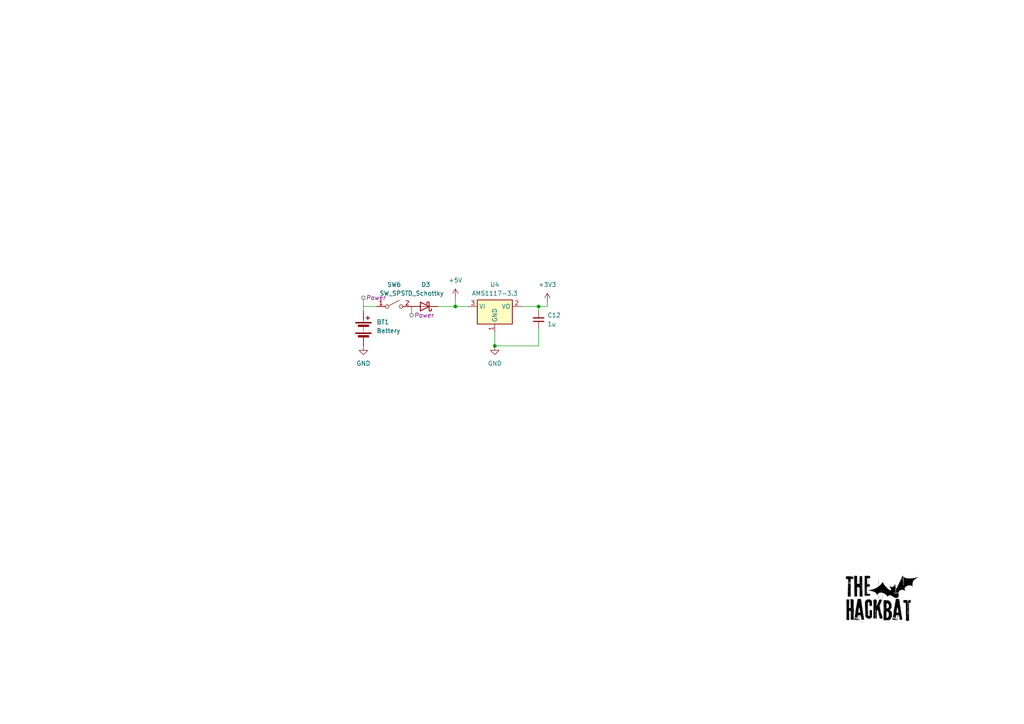
<source format=kicad_sch>
(kicad_sch (version 20231120) (generator "eeschema") (generator_version "8.0")
  (paper "A4")
  (title_block (title "Hackbat v1.0") (rev "1.0a") (company "The hackbat"))
  (lib_symbols
    (symbol "Device:Battery" (pin_numbers hide) (pin_names (offset 0) hide)
      (property "Reference" "BT" (at 2.54 2.54 0))
      (property "Value" "Battery" (at 2.54 0 0))
      (symbol "Battery_0_1"
        (rectangle (start -2.286 -1.27) (end 2.286 -1.524) (fill (type outline)))
        (rectangle (start -2.286 1.778) (end 2.286 1.524) (fill (type outline)))
        (rectangle (start -1.524 -2.032) (end 1.524 -2.54) (fill (type outline)))
        (rectangle (start -1.524 1.016) (end 1.524 0.508) (fill (type outline)))
        (polyline (pts (xy 0 -1.016) (xy 0 -0.762)))
        (polyline (pts (xy 0 -0.508) (xy 0 -0.254)))
        (polyline (pts (xy 0 0) (xy 0 0.254)))
        (polyline (pts (xy 0 1.778) (xy 0 2.54)))
        (polyline (pts (xy 0.762 3.048) (xy 1.778 3.048)) (stroke (width 0.254)))
        (polyline (pts (xy 1.27 3.556) (xy 1.27 2.54)) (stroke (width 0.254)))
      )
      (symbol "Battery_1_1"
        (pin passive line (at 0 5.08 270) (length 2.54) (name "+") (number "1"))
        (pin passive line (at 0 -5.08 90) (length 2.54) (name "-") (number "2"))
      )
    )
    (symbol "Device:C_Small" (pin_numbers hide) (pin_names (offset 0.254) hide)
      (property "Reference" "C" (at 0.254 1.778 0))
      (property "Value" "C_Small" (at 0.254 -2.032 0))
      (symbol "C_Small_0_1"
        (polyline (pts (xy -1.524 -0.508) (xy 1.524 -0.508)) (stroke (width 0.3302)))
        (polyline (pts (xy -1.524 0.508) (xy 1.524 0.508)) (stroke (width 0.3048)))
      )
      (symbol "C_Small_1_1"
        (pin passive line (at 0 2.54 270) (length 2.032) (name "~") (number "1"))
        (pin passive line (at 0 -2.54 90) (length 2.032) (name "~") (number "2"))
      )
    )
    (symbol "Device:D_Schottky" (pin_numbers hide) (pin_names (offset 1.016) hide)
      (property "Reference" "D" (at 0 2.54 0))
      (property "Value" "D_Schottky" (at 0 -2.54 0))
      (symbol "D_Schottky_0_1"
        (polyline (pts (xy 1.27 0) (xy -1.27 0)))
        (polyline (pts (xy 1.27 1.27) (xy 1.27 -1.27) (xy -1.27 0) (xy 1.27 1.27)) (stroke (width 0.254)))
        (polyline (pts (xy -1.905 0.635) (xy -1.905 1.27) (xy -1.27 1.27) (xy -1.27 -1.27) (xy -0.635 -1.27) (xy -0.635 -0.635)) (stroke (width 0.254)))
      )
      (symbol "D_Schottky_1_1"
        (pin passive line (at -3.81 0 0) (length 2.54) (name "K") (number "1"))
        (pin passive line (at 3.81 0 180) (length 2.54) (name "A") (number "2"))
      )
    )
    (symbol "Regulator_Linear:AMS1117-3.3"
      (property "Reference" "U" (at -3.81 3.175 0))
      (property "Value" "AMS1117-3.3" (at 0 3.175 0))
      (symbol "AMS1117-3.3_0_1"
        (rectangle (start -5.08 -5.08) (end 5.08 1.905) (stroke (width 0.254)) (fill (type background)))
      )
      (symbol "AMS1117-3.3_1_1"
        (pin power_in line (at 0 -7.62 90) (length 2.54) (name "GND") (number "1"))
        (pin power_out line (at 7.62 0 180) (length 2.54) (name "VO") (number "2"))
        (pin power_in line (at -7.62 0 0) (length 2.54) (name "VI") (number "3"))
      )
    )
    (symbol "Switch:SW_SPST" (pin_names (offset 0) hide)
      (property "Reference" "SW" (at 0 3.175 0))
      (property "Value" "SW_SPST" (at 0 -2.54 0))
      (symbol "SW_SPST_0_0"
        (circle (center -2.032 0) (radius 0.508))
        (polyline (pts (xy -1.524 0.254) (xy 1.524 1.778)))
        (circle (center 2.032 0) (radius 0.508))
      )
      (symbol "SW_SPST_1_1"
        (pin passive line (at -5.08 0 0) (length 2.54) (name "A") (number "1"))
        (pin passive line (at 5.08 0 180) (length 2.54) (name "B") (number "2"))
      )
    )
    (symbol "power:+3V3" (power) (pin_names (offset 0))
      (property "Value" "+3V3" (at 0 3.556 0))
      (symbol "+3V3_0_1"
        (polyline (pts (xy -0.762 1.27) (xy 0 2.54)))
        (polyline (pts (xy 0 0) (xy 0 2.54)))
        (polyline (pts (xy 0 2.54) (xy 0.762 1.27)))
      )
      (symbol "+3V3_1_1"
        (pin power_in line (at 0 0 90) (length 0) hide (name "+3V3") (number "1"))
      )
    )
    (symbol "power:+5V" (power) (pin_numbers hide) (pin_names (offset 0) hide)
      (property "Value" "+5V" (at 0 3.556 0))
      (symbol "+5V_0_1"
        (polyline (pts (xy -0.762 1.27) (xy 0 2.54)))
        (polyline (pts (xy 0 0) (xy 0 2.54)))
        (polyline (pts (xy 0 2.54) (xy 0.762 1.27)))
      )
      (symbol "+5V_1_1"
        (pin power_in line (at 0 0 90) (length 0) (name "~") (number "1"))
      )
    )
    (symbol "power:GND" (power) (pin_names (offset 0))
      (property "Value" "GND" (at 0 -3.81 0))
      (symbol "GND_0_1"
        (polyline (pts (xy 0 0) (xy 0 -1.27) (xy 1.27 -1.27) (xy 0 -2.54) (xy -1.27 -1.27) (xy 0 -1.27)))
      )
      (symbol "GND_1_1"
        (pin power_in line (at 0 0 270) (length 0) hide (name "GND") (number "1"))
      )
    )
  )
  (junction (at 132.08 88.9))
  (junction (at 143.51 100.33))
  (junction (at 156.21 88.9))
  (wire (pts (xy 143.51 100.33) (xy 156.21 100.33)))
  (wire (pts (xy 132.08 86.36) (xy 132.08 88.9)))
  (wire (pts (xy 132.08 88.9) (xy 135.89 88.9)))
  (wire (pts (xy 143.51 96.52) (xy 143.51 100.33)))
  (wire (pts (xy 105.41 88.9) (xy 109.22 88.9)))
  (wire (pts (xy 156.21 88.9) (xy 156.21 90.17)))
  (wire (pts (xy 105.41 90.17) (xy 105.41 88.9)))
  (wire (pts (xy 156.21 88.9) (xy 158.75 88.9)))
  (wire (pts (xy 151.13 88.9) (xy 156.21 88.9)))
  (wire (pts (xy 127 88.9) (xy 132.08 88.9)))
  (wire (pts (xy 156.21 95.25) (xy 156.21 100.33)))
  (wire (pts (xy 158.75 87.63) (xy 158.75 88.9)))
  (image (at 255.27 175.26) (scale 0.260229))
  (netclass_flag "" (length 2.54) (shape round) (at 105.41 88.9 0) (property "Netclass" "Power" (at 106.1085 86.36 0) (effects (font (italic yes)) (justify left))))
  (netclass_flag "" (length 2.54) (shape round) (at 119.38 88.9 180) (property "Netclass" "Power" (at 120.0785 91.44 0) (effects (font (italic yes)) (justify left))))
  (symbol (lib_id "power:GND") (at 143.51 100.33 0) (unit 1)
    (property "Reference" "#PWR041" (effects (hide yes)))
    (property "Value" "GND" (at 143.51 105.41 0))
  )
  (symbol (lib_id "Switch:SW_SPST") (at 114.3 88.9 0) (unit 1)
    (property "Reference" "SW6" (at 114.3 82.55 0))
    (property "Value" "SW_SPST" (at 114.3 85.09 0))
    (property "Footprint" "Button_Switch_SMD:SW_SPDT_CK_JS102011SAQN" (effects (hide yes)))
    (property "Description" "Single Pole Single Throw (SPST) switch" (effects (hide yes)))
    (property "JLCPCB Part #" " C92658" (effects (hide yes)))
  )
  (symbol (lib_id "Device:Battery") (at 105.41 95.25 0) (unit 1)
    (property "Reference" "BT1" (at 109.22 93.4084 0) (effects (justify left)))
    (property "Value" "Battery" (at 109.22 95.9484 0) (effects (justify left)))
    (property "Footprint" "Battery:BatteryHolder_Keystone_2479_3xAAA" (effects (hide yes)))
    (property "Description" "Multiple-cell battery" (effects (hide yes)))
  )
  (symbol (lib_id "Regulator_Linear:AMS1117-3.3") (at 143.51 88.9 0) (unit 1)
    (property "Reference" "U4" (at 143.51 82.55 0))
    (property "Value" "AMS1117-3.3" (at 143.51 85.09 0))
    (property "Footprint" "Package_TO_SOT_SMD:SOT-223-3_TabPin2" (effects (hide yes)))
    (property "Datasheet" "http://www.advanced-monolithic.com/pdf/ds1117.pdf" (effects (hide yes)))
  )
  (symbol (lib_id "power:GND") (at 105.41 100.33 0) (unit 1)
    (property "Reference" "#PWR040" (effects (hide yes)))
    (property "Value" "GND" (at 105.41 105.41 0))
  )
  (symbol (lib_id "power:+3V3") (at 158.75 87.63 0) (unit 1)
    (property "Reference" "#PWR042" (effects (hide yes)))
    (property "Value" "+3V3" (at 158.75 82.55 0))
  )
  (symbol (lib_id "power:+5V") (at 132.08 86.36 0) (unit 1)
    (property "Reference" "#PWR043" (effects (hide yes)))
    (property "Value" "+5V" (at 132.08 81.28 0))
    (property "Description" "Power symbol creates a global label with name \"+5V\"" (effects (hide yes)))
  )
  (symbol (lib_id "Device:C_Small") (at 156.21 92.71 180) (unit 1)
    (property "Reference" "C12" (at 158.75 91.4336 0) (effects (justify right)))
    (property "Value" "1u" (at 158.75 93.9736 0) (effects (justify right)))
    (property "Footprint" "Capacitor_SMD:C_0603_1608Metric" (effects (hide yes)))
  )
  (symbol (lib_id "Device:D_Schottky") (at 123.19 88.9 180) (unit 1)
    (property "Reference" "D3" (at 123.5075 82.55 0))
    (property "Value" "D_Schottky" (at 123.5075 85.09 0))
    (property "Footprint" "Diode_SMD:Nexperia_CFP3_SOD-123W" (effects (hide yes)))
    (property "Description" "Schottky diode" (effects (hide yes)))
    (property "JLCPCB Part #" "C82544" (effects (hide yes)))
  )
)
</source>
